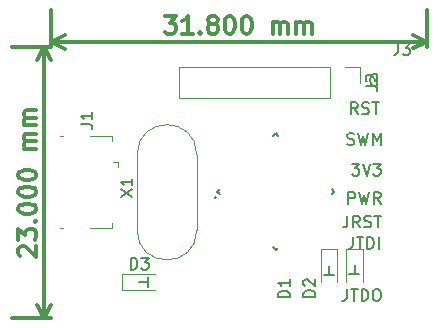
<source format=gbr>
G04 #@! TF.FileFunction,Legend,Top*
%FSLAX46Y46*%
G04 Gerber Fmt 4.6, Leading zero omitted, Abs format (unit mm)*
G04 Created by KiCad (PCBNEW 4.0.7) date 11/14/17 20:41:01*
%MOMM*%
%LPD*%
G01*
G04 APERTURE LIST*
%ADD10C,0.100000*%
%ADD11C,0.300000*%
%ADD12C,0.153000*%
%ADD13C,0.200000*%
%ADD14C,0.150000*%
%ADD15C,0.120000*%
G04 APERTURE END LIST*
D10*
D11*
X116071429Y-114864285D02*
X116000000Y-114792856D01*
X115928571Y-114649999D01*
X115928571Y-114292856D01*
X116000000Y-114149999D01*
X116071429Y-114078570D01*
X116214286Y-114007142D01*
X116357143Y-114007142D01*
X116571429Y-114078570D01*
X117428571Y-114935713D01*
X117428571Y-114007142D01*
X115928571Y-113507142D02*
X115928571Y-112578571D01*
X116500000Y-113078571D01*
X116500000Y-112864285D01*
X116571429Y-112721428D01*
X116642857Y-112649999D01*
X116785714Y-112578571D01*
X117142857Y-112578571D01*
X117285714Y-112649999D01*
X117357143Y-112721428D01*
X117428571Y-112864285D01*
X117428571Y-113292857D01*
X117357143Y-113435714D01*
X117285714Y-113507142D01*
X117285714Y-111935714D02*
X117357143Y-111864286D01*
X117428571Y-111935714D01*
X117357143Y-112007143D01*
X117285714Y-111935714D01*
X117428571Y-111935714D01*
X115928571Y-110935714D02*
X115928571Y-110792857D01*
X116000000Y-110650000D01*
X116071429Y-110578571D01*
X116214286Y-110507142D01*
X116500000Y-110435714D01*
X116857143Y-110435714D01*
X117142857Y-110507142D01*
X117285714Y-110578571D01*
X117357143Y-110650000D01*
X117428571Y-110792857D01*
X117428571Y-110935714D01*
X117357143Y-111078571D01*
X117285714Y-111150000D01*
X117142857Y-111221428D01*
X116857143Y-111292857D01*
X116500000Y-111292857D01*
X116214286Y-111221428D01*
X116071429Y-111150000D01*
X116000000Y-111078571D01*
X115928571Y-110935714D01*
X115928571Y-109507143D02*
X115928571Y-109364286D01*
X116000000Y-109221429D01*
X116071429Y-109150000D01*
X116214286Y-109078571D01*
X116500000Y-109007143D01*
X116857143Y-109007143D01*
X117142857Y-109078571D01*
X117285714Y-109150000D01*
X117357143Y-109221429D01*
X117428571Y-109364286D01*
X117428571Y-109507143D01*
X117357143Y-109650000D01*
X117285714Y-109721429D01*
X117142857Y-109792857D01*
X116857143Y-109864286D01*
X116500000Y-109864286D01*
X116214286Y-109792857D01*
X116071429Y-109721429D01*
X116000000Y-109650000D01*
X115928571Y-109507143D01*
X115928571Y-108078572D02*
X115928571Y-107935715D01*
X116000000Y-107792858D01*
X116071429Y-107721429D01*
X116214286Y-107650000D01*
X116500000Y-107578572D01*
X116857143Y-107578572D01*
X117142857Y-107650000D01*
X117285714Y-107721429D01*
X117357143Y-107792858D01*
X117428571Y-107935715D01*
X117428571Y-108078572D01*
X117357143Y-108221429D01*
X117285714Y-108292858D01*
X117142857Y-108364286D01*
X116857143Y-108435715D01*
X116500000Y-108435715D01*
X116214286Y-108364286D01*
X116071429Y-108292858D01*
X116000000Y-108221429D01*
X115928571Y-108078572D01*
X117428571Y-105792858D02*
X116428571Y-105792858D01*
X116571429Y-105792858D02*
X116500000Y-105721430D01*
X116428571Y-105578572D01*
X116428571Y-105364287D01*
X116500000Y-105221430D01*
X116642857Y-105150001D01*
X117428571Y-105150001D01*
X116642857Y-105150001D02*
X116500000Y-105078572D01*
X116428571Y-104935715D01*
X116428571Y-104721430D01*
X116500000Y-104578572D01*
X116642857Y-104507144D01*
X117428571Y-104507144D01*
X117428571Y-103792858D02*
X116428571Y-103792858D01*
X116571429Y-103792858D02*
X116500000Y-103721430D01*
X116428571Y-103578572D01*
X116428571Y-103364287D01*
X116500000Y-103221430D01*
X116642857Y-103150001D01*
X117428571Y-103150001D01*
X116642857Y-103150001D02*
X116500000Y-103078572D01*
X116428571Y-102935715D01*
X116428571Y-102721430D01*
X116500000Y-102578572D01*
X116642857Y-102507144D01*
X117428571Y-102507144D01*
X118100000Y-120150000D02*
X118100000Y-97150000D01*
X118700000Y-120150000D02*
X115400000Y-120150000D01*
X118700000Y-97150000D02*
X115400000Y-97150000D01*
X118100000Y-97150000D02*
X118686421Y-98276504D01*
X118100000Y-97150000D02*
X117513579Y-98276504D01*
X118100000Y-120150000D02*
X118686421Y-119023496D01*
X118100000Y-120150000D02*
X117513579Y-119023496D01*
X128313466Y-94545549D02*
X129242037Y-94545257D01*
X128742217Y-95116843D01*
X128956503Y-95116775D01*
X129099382Y-95188160D01*
X129170834Y-95259565D01*
X129242306Y-95402400D01*
X129242419Y-95759543D01*
X129171036Y-95902422D01*
X129099629Y-95973874D01*
X128956795Y-96045346D01*
X128528223Y-96045481D01*
X128385343Y-95974098D01*
X128313893Y-95902692D01*
X130671080Y-96044807D02*
X129813937Y-96045077D01*
X130242509Y-96044942D02*
X130242037Y-94544942D01*
X130099247Y-94759273D01*
X129956434Y-94902175D01*
X129813600Y-94973649D01*
X131313892Y-95901748D02*
X131385342Y-95973155D01*
X131313937Y-96044605D01*
X131242485Y-95973200D01*
X131313892Y-95901748D01*
X131313937Y-96044605D01*
X132242239Y-95187171D02*
X132099359Y-95115787D01*
X132027908Y-95044381D01*
X131956434Y-94901546D01*
X131956412Y-94830118D01*
X132027796Y-94687239D01*
X132099201Y-94615787D01*
X132242037Y-94544313D01*
X132527751Y-94544223D01*
X132670630Y-94615608D01*
X132742082Y-94687014D01*
X132813555Y-94829849D01*
X132813577Y-94901277D01*
X132742194Y-95044156D01*
X132670787Y-95115607D01*
X132527953Y-95187081D01*
X132242239Y-95187171D01*
X132099403Y-95258644D01*
X132027998Y-95330096D01*
X131956614Y-95472975D01*
X131956704Y-95758689D01*
X132028178Y-95901524D01*
X132099628Y-95972930D01*
X132242509Y-96044313D01*
X132528222Y-96044223D01*
X132671057Y-95972750D01*
X132742464Y-95901299D01*
X132813847Y-95758420D01*
X132813757Y-95472706D01*
X132742284Y-95329871D01*
X132670832Y-95258464D01*
X132527953Y-95187081D01*
X133742036Y-94543842D02*
X133884893Y-94543797D01*
X134027772Y-94615181D01*
X134099224Y-94686587D01*
X134170698Y-94829422D01*
X134242215Y-95115113D01*
X134242328Y-95472256D01*
X134170990Y-95757993D01*
X134099605Y-95900872D01*
X134028199Y-95972324D01*
X133885364Y-96043797D01*
X133742507Y-96043842D01*
X133599628Y-95972458D01*
X133528177Y-95901052D01*
X133456704Y-95758217D01*
X133385185Y-95472526D01*
X133385072Y-95115383D01*
X133456412Y-94829646D01*
X133527795Y-94686767D01*
X133599201Y-94615316D01*
X133742036Y-94543842D01*
X135170607Y-94543392D02*
X135313464Y-94543347D01*
X135456343Y-94614731D01*
X135527795Y-94686138D01*
X135599268Y-94828973D01*
X135670786Y-95114664D01*
X135670899Y-95471807D01*
X135599560Y-95757544D01*
X135528176Y-95900423D01*
X135456770Y-95971874D01*
X135313935Y-96043347D01*
X135171078Y-96043392D01*
X135028199Y-95972009D01*
X134956747Y-95900603D01*
X134885275Y-95757768D01*
X134813756Y-95472077D01*
X134813643Y-95114934D01*
X134884983Y-94829197D01*
X134956366Y-94686318D01*
X135027772Y-94614866D01*
X135170607Y-94543392D01*
X137456792Y-96042673D02*
X137456478Y-95042674D01*
X137456523Y-95185532D02*
X137527928Y-95114080D01*
X137670764Y-95042606D01*
X137885049Y-95042539D01*
X138027928Y-95113923D01*
X138099402Y-95256757D01*
X138099649Y-96042471D01*
X138099402Y-95256757D02*
X138170786Y-95113878D01*
X138313621Y-95042404D01*
X138527906Y-95042337D01*
X138670786Y-95113721D01*
X138742259Y-95256555D01*
X138742506Y-96042269D01*
X139456792Y-96042045D02*
X139456478Y-95042045D01*
X139456523Y-95184903D02*
X139527928Y-95113451D01*
X139670764Y-95041977D01*
X139885049Y-95041910D01*
X140027928Y-95113294D01*
X140099402Y-95256128D01*
X140099649Y-96041842D01*
X140099402Y-95256128D02*
X140170786Y-95113249D01*
X140313621Y-95041775D01*
X140527906Y-95041708D01*
X140670786Y-95113092D01*
X140742259Y-95255926D01*
X140742506Y-96041640D01*
X118699862Y-96720001D02*
X150499862Y-96710001D01*
X118700000Y-97160000D02*
X118699013Y-94020001D01*
X150500000Y-97150000D02*
X150499013Y-94010001D01*
X150499862Y-96710001D02*
X149373543Y-97296776D01*
X150499862Y-96710001D02*
X149373174Y-96123935D01*
X118699862Y-96720001D02*
X119826550Y-97306067D01*
X118699862Y-96720001D02*
X119826181Y-96133226D01*
D12*
X146261905Y-99500000D02*
X146166667Y-99452381D01*
X146023810Y-99452381D01*
X145880952Y-99500000D01*
X145785714Y-99595238D01*
X145738095Y-99690476D01*
X145690476Y-99880952D01*
X145690476Y-100023810D01*
X145738095Y-100214286D01*
X145785714Y-100309524D01*
X145880952Y-100404762D01*
X146023810Y-100452381D01*
X146119048Y-100452381D01*
X146261905Y-100404762D01*
X146309524Y-100357143D01*
X146309524Y-100023810D01*
X146119048Y-100023810D01*
X143738096Y-117677381D02*
X143738096Y-118391667D01*
X143690476Y-118534524D01*
X143595238Y-118629762D01*
X143452381Y-118677381D01*
X143357143Y-118677381D01*
X144071429Y-117677381D02*
X144642858Y-117677381D01*
X144357143Y-118677381D02*
X144357143Y-117677381D01*
X144976191Y-118677381D02*
X144976191Y-117677381D01*
X145214286Y-117677381D01*
X145357144Y-117725000D01*
X145452382Y-117820238D01*
X145500001Y-117915476D01*
X145547620Y-118105952D01*
X145547620Y-118248810D01*
X145500001Y-118439286D01*
X145452382Y-118534524D01*
X145357144Y-118629762D01*
X145214286Y-118677381D01*
X144976191Y-118677381D01*
X146166667Y-117677381D02*
X146357144Y-117677381D01*
X146452382Y-117725000D01*
X146547620Y-117820238D01*
X146595239Y-118010714D01*
X146595239Y-118344048D01*
X146547620Y-118534524D01*
X146452382Y-118629762D01*
X146357144Y-118677381D01*
X146166667Y-118677381D01*
X146071429Y-118629762D01*
X145976191Y-118534524D01*
X145928572Y-118344048D01*
X145928572Y-118010714D01*
X145976191Y-117820238D01*
X146071429Y-117725000D01*
X146166667Y-117677381D01*
X144223810Y-113252381D02*
X144223810Y-113966667D01*
X144176190Y-114109524D01*
X144080952Y-114204762D01*
X143938095Y-114252381D01*
X143842857Y-114252381D01*
X144557143Y-113252381D02*
X145128572Y-113252381D01*
X144842857Y-114252381D02*
X144842857Y-113252381D01*
X145461905Y-114252381D02*
X145461905Y-113252381D01*
X145700000Y-113252381D01*
X145842858Y-113300000D01*
X145938096Y-113395238D01*
X145985715Y-113490476D01*
X146033334Y-113680952D01*
X146033334Y-113823810D01*
X145985715Y-114014286D01*
X145938096Y-114109524D01*
X145842858Y-114204762D01*
X145700000Y-114252381D01*
X145461905Y-114252381D01*
X146461905Y-114252381D02*
X146461905Y-113252381D01*
X143785715Y-111452381D02*
X143785715Y-112166667D01*
X143738095Y-112309524D01*
X143642857Y-112404762D01*
X143500000Y-112452381D01*
X143404762Y-112452381D01*
X144833334Y-112452381D02*
X144500000Y-111976190D01*
X144261905Y-112452381D02*
X144261905Y-111452381D01*
X144642858Y-111452381D01*
X144738096Y-111500000D01*
X144785715Y-111547619D01*
X144833334Y-111642857D01*
X144833334Y-111785714D01*
X144785715Y-111880952D01*
X144738096Y-111928571D01*
X144642858Y-111976190D01*
X144261905Y-111976190D01*
X145214286Y-112404762D02*
X145357143Y-112452381D01*
X145595239Y-112452381D01*
X145690477Y-112404762D01*
X145738096Y-112357143D01*
X145785715Y-112261905D01*
X145785715Y-112166667D01*
X145738096Y-112071429D01*
X145690477Y-112023810D01*
X145595239Y-111976190D01*
X145404762Y-111928571D01*
X145309524Y-111880952D01*
X145261905Y-111833333D01*
X145214286Y-111738095D01*
X145214286Y-111642857D01*
X145261905Y-111547619D01*
X145309524Y-111500000D01*
X145404762Y-111452381D01*
X145642858Y-111452381D01*
X145785715Y-111500000D01*
X146071429Y-111452381D02*
X146642858Y-111452381D01*
X146357143Y-112452381D02*
X146357143Y-111452381D01*
X143866667Y-110452381D02*
X143866667Y-109452381D01*
X144247620Y-109452381D01*
X144342858Y-109500000D01*
X144390477Y-109547619D01*
X144438096Y-109642857D01*
X144438096Y-109785714D01*
X144390477Y-109880952D01*
X144342858Y-109928571D01*
X144247620Y-109976190D01*
X143866667Y-109976190D01*
X144771429Y-109452381D02*
X145009524Y-110452381D01*
X145200001Y-109738095D01*
X145390477Y-110452381D01*
X145628572Y-109452381D01*
X146580953Y-110452381D02*
X146247619Y-109976190D01*
X146009524Y-110452381D02*
X146009524Y-109452381D01*
X146390477Y-109452381D01*
X146485715Y-109500000D01*
X146533334Y-109547619D01*
X146580953Y-109642857D01*
X146580953Y-109785714D01*
X146533334Y-109880952D01*
X146485715Y-109928571D01*
X146390477Y-109976190D01*
X146009524Y-109976190D01*
X144161905Y-107052381D02*
X144780953Y-107052381D01*
X144447619Y-107433333D01*
X144590477Y-107433333D01*
X144685715Y-107480952D01*
X144733334Y-107528571D01*
X144780953Y-107623810D01*
X144780953Y-107861905D01*
X144733334Y-107957143D01*
X144685715Y-108004762D01*
X144590477Y-108052381D01*
X144304762Y-108052381D01*
X144209524Y-108004762D01*
X144161905Y-107957143D01*
X145066667Y-107052381D02*
X145400000Y-108052381D01*
X145733334Y-107052381D01*
X145971429Y-107052381D02*
X146590477Y-107052381D01*
X146257143Y-107433333D01*
X146400001Y-107433333D01*
X146495239Y-107480952D01*
X146542858Y-107528571D01*
X146590477Y-107623810D01*
X146590477Y-107861905D01*
X146542858Y-107957143D01*
X146495239Y-108004762D01*
X146400001Y-108052381D01*
X146114286Y-108052381D01*
X146019048Y-108004762D01*
X145971429Y-107957143D01*
X143771429Y-105404762D02*
X143914286Y-105452381D01*
X144152382Y-105452381D01*
X144247620Y-105404762D01*
X144295239Y-105357143D01*
X144342858Y-105261905D01*
X144342858Y-105166667D01*
X144295239Y-105071429D01*
X144247620Y-105023810D01*
X144152382Y-104976190D01*
X143961905Y-104928571D01*
X143866667Y-104880952D01*
X143819048Y-104833333D01*
X143771429Y-104738095D01*
X143771429Y-104642857D01*
X143819048Y-104547619D01*
X143866667Y-104500000D01*
X143961905Y-104452381D01*
X144200001Y-104452381D01*
X144342858Y-104500000D01*
X144676191Y-104452381D02*
X144914286Y-105452381D01*
X145104763Y-104738095D01*
X145295239Y-105452381D01*
X145533334Y-104452381D01*
X145914286Y-105452381D02*
X145914286Y-104452381D01*
X146247620Y-105166667D01*
X146580953Y-104452381D01*
X146580953Y-105452381D01*
X144652381Y-102852381D02*
X144319047Y-102376190D01*
X144080952Y-102852381D02*
X144080952Y-101852381D01*
X144461905Y-101852381D01*
X144557143Y-101900000D01*
X144604762Y-101947619D01*
X144652381Y-102042857D01*
X144652381Y-102185714D01*
X144604762Y-102280952D01*
X144557143Y-102328571D01*
X144461905Y-102376190D01*
X144080952Y-102376190D01*
X145033333Y-102804762D02*
X145176190Y-102852381D01*
X145414286Y-102852381D01*
X145509524Y-102804762D01*
X145557143Y-102757143D01*
X145604762Y-102661905D01*
X145604762Y-102566667D01*
X145557143Y-102471429D01*
X145509524Y-102423810D01*
X145414286Y-102376190D01*
X145223809Y-102328571D01*
X145128571Y-102280952D01*
X145080952Y-102233333D01*
X145033333Y-102138095D01*
X145033333Y-102042857D01*
X145080952Y-101947619D01*
X145128571Y-101900000D01*
X145223809Y-101852381D01*
X145461905Y-101852381D01*
X145604762Y-101900000D01*
X145890476Y-101852381D02*
X146461905Y-101852381D01*
X146176190Y-102852381D02*
X146176190Y-101852381D01*
D13*
X132766447Y-109417707D02*
X132978579Y-109629839D01*
X132766447Y-109417707D02*
X132978579Y-109205575D01*
X137716194Y-114367454D02*
X137489920Y-114141180D01*
X137716194Y-114367454D02*
X137928326Y-114155322D01*
X142665941Y-109417707D02*
X142453809Y-109629839D01*
X142665941Y-109417707D02*
X142453809Y-109205575D01*
X137716194Y-104467960D02*
X137504062Y-104680092D01*
X137716194Y-104467960D02*
X137928326Y-104680092D01*
D14*
X132648329Y-109948037D02*
G75*
G03X132648329Y-109948037I-72801J0D01*
G01*
D15*
X123820200Y-104700000D02*
X123820200Y-105150000D01*
X121970200Y-104700000D02*
X123820200Y-104700000D01*
X119420200Y-112500000D02*
X119670200Y-112500000D01*
X119420200Y-104700000D02*
X119670200Y-104700000D01*
X121970200Y-112500000D02*
X123820200Y-112500000D01*
X123820200Y-112500000D02*
X123820200Y-112050000D01*
X124370200Y-106900000D02*
X124370200Y-107350000D01*
X124370200Y-106900000D02*
X123920200Y-106900000D01*
X142265400Y-98847600D02*
X129505400Y-98847600D01*
X129505400Y-98847600D02*
X129505400Y-101507600D01*
X129505400Y-101507600D02*
X142265400Y-101507600D01*
X142265400Y-101507600D02*
X142265400Y-98847600D01*
X143535400Y-98847600D02*
X144865400Y-98847600D01*
X144865400Y-98847600D02*
X144865400Y-100177600D01*
X125973600Y-112672400D02*
X125973600Y-106272400D01*
X131023600Y-112672400D02*
X131023600Y-106272400D01*
X131023600Y-112672400D02*
G75*
G02X125973600Y-112672400I-2525000J0D01*
G01*
X131023600Y-106272400D02*
G75*
G03X125973600Y-106272400I-2525000J0D01*
G01*
D14*
X126092000Y-117068600D02*
X126862000Y-117068600D01*
X126862000Y-116668600D02*
X126862000Y-117498600D01*
D15*
X124692000Y-116368600D02*
X124692000Y-117768600D01*
X124692000Y-117768600D02*
X127492000Y-117768600D01*
X124692000Y-116368600D02*
X127492000Y-116368600D01*
D14*
X144380912Y-115656150D02*
X144380912Y-116426150D01*
X144780912Y-116426150D02*
X143950912Y-116426150D01*
D15*
X145080912Y-114256150D02*
X143680912Y-114256150D01*
X143680912Y-114256150D02*
X143680912Y-117056150D01*
X145080912Y-114256150D02*
X145080912Y-117056150D01*
D14*
X142223600Y-115677000D02*
X142223600Y-116447000D01*
X142623600Y-116447000D02*
X141793600Y-116447000D01*
D15*
X142923600Y-114277000D02*
X141523600Y-114277000D01*
X141523600Y-114277000D02*
X141523600Y-117077000D01*
X142923600Y-114277000D02*
X142923600Y-117077000D01*
D14*
X121192381Y-103693333D02*
X121906667Y-103693333D01*
X122049524Y-103740953D01*
X122144762Y-103836191D01*
X122192381Y-103979048D01*
X122192381Y-104074286D01*
X122192381Y-102693333D02*
X122192381Y-103264762D01*
X122192381Y-102979048D02*
X121192381Y-102979048D01*
X121335238Y-103074286D01*
X121430476Y-103169524D01*
X121478095Y-103264762D01*
D12*
X148066667Y-96852381D02*
X148066667Y-97566667D01*
X148019047Y-97709524D01*
X147923809Y-97804762D01*
X147780952Y-97852381D01*
X147685714Y-97852381D01*
X148447619Y-96852381D02*
X149066667Y-96852381D01*
X148733333Y-97233333D01*
X148876191Y-97233333D01*
X148971429Y-97280952D01*
X149019048Y-97328571D01*
X149066667Y-97423810D01*
X149066667Y-97661905D01*
X149019048Y-97757143D01*
X148971429Y-97804762D01*
X148876191Y-97852381D01*
X148590476Y-97852381D01*
X148495238Y-97804762D01*
X148447619Y-97757143D01*
D14*
X145317781Y-100510933D02*
X146032067Y-100510933D01*
X146174924Y-100558553D01*
X146270162Y-100653791D01*
X146317781Y-100796648D01*
X146317781Y-100891886D01*
X145413019Y-100082362D02*
X145365400Y-100034743D01*
X145317781Y-99939505D01*
X145317781Y-99701409D01*
X145365400Y-99606171D01*
X145413019Y-99558552D01*
X145508257Y-99510933D01*
X145603495Y-99510933D01*
X145746352Y-99558552D01*
X146317781Y-100129981D01*
X146317781Y-99510933D01*
X124582381Y-109889524D02*
X125582381Y-109222857D01*
X124582381Y-109222857D02*
X125582381Y-109889524D01*
X125582381Y-108318095D02*
X125582381Y-108889524D01*
X125582381Y-108603810D02*
X124582381Y-108603810D01*
X124725238Y-108699048D01*
X124820476Y-108794286D01*
X124868095Y-108889524D01*
D12*
X125421905Y-116012381D02*
X125421905Y-115012381D01*
X125660000Y-115012381D01*
X125802858Y-115060000D01*
X125898096Y-115155238D01*
X125945715Y-115250476D01*
X125993334Y-115440952D01*
X125993334Y-115583810D01*
X125945715Y-115774286D01*
X125898096Y-115869524D01*
X125802858Y-115964762D01*
X125660000Y-116012381D01*
X125421905Y-116012381D01*
X126326667Y-115012381D02*
X126945715Y-115012381D01*
X126612381Y-115393333D01*
X126755239Y-115393333D01*
X126850477Y-115440952D01*
X126898096Y-115488571D01*
X126945715Y-115583810D01*
X126945715Y-115821905D01*
X126898096Y-115917143D01*
X126850477Y-115964762D01*
X126755239Y-116012381D01*
X126469524Y-116012381D01*
X126374286Y-115964762D01*
X126326667Y-115917143D01*
X141052381Y-118338095D02*
X140052381Y-118338095D01*
X140052381Y-118100000D01*
X140100000Y-117957142D01*
X140195238Y-117861904D01*
X140290476Y-117814285D01*
X140480952Y-117766666D01*
X140623810Y-117766666D01*
X140814286Y-117814285D01*
X140909524Y-117861904D01*
X141004762Y-117957142D01*
X141052381Y-118100000D01*
X141052381Y-118338095D01*
X140147619Y-117385714D02*
X140100000Y-117338095D01*
X140052381Y-117242857D01*
X140052381Y-117004761D01*
X140100000Y-116909523D01*
X140147619Y-116861904D01*
X140242857Y-116814285D01*
X140338095Y-116814285D01*
X140480952Y-116861904D01*
X141052381Y-117433333D01*
X141052381Y-116814285D01*
X138895069Y-118358945D02*
X137895069Y-118358945D01*
X137895069Y-118120850D01*
X137942688Y-117977992D01*
X138037926Y-117882754D01*
X138133164Y-117835135D01*
X138323640Y-117787516D01*
X138466498Y-117787516D01*
X138656974Y-117835135D01*
X138752212Y-117882754D01*
X138847450Y-117977992D01*
X138895069Y-118120850D01*
X138895069Y-118358945D01*
X138895069Y-116835135D02*
X138895069Y-117406564D01*
X138895069Y-117120850D02*
X137895069Y-117120850D01*
X138037926Y-117216088D01*
X138133164Y-117311326D01*
X138180783Y-117406564D01*
M02*

</source>
